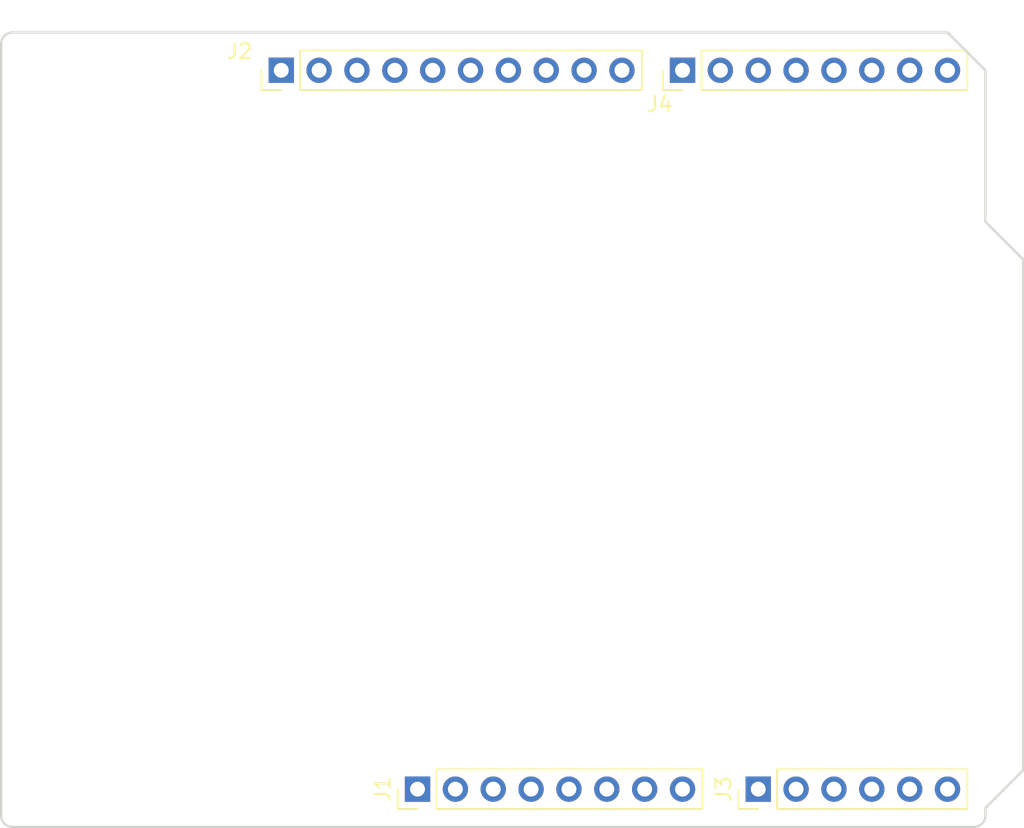
<source format=kicad_pcb>
(kicad_pcb (version 20221018) (generator pcbnew)
  (title_block (date "mar. 31 mars 2015"))
  (layers (0 "F.Cu" signal) (31 "B.Cu" power) (34 "B.Paste" user) (35 "F.Paste" user) (36 "B.SilkS" user "B.Silkscreen") (37 "F.SilkS" user "F.Silkscreen") (38 "B.Mask" user) (39 "F.Mask" user) (44 "Edge.Cuts" user))
  (net 0 "")
  (net 1 "GND")
  (net 3 "+5V")
  (net 4 "/IOREF")
  (net 5 "I2C_Clock")
  (net 6 "I2C_Data")
  (net 7 "/AREF")
  (net 8 "SPI_SCK")
  (net 9 "SPI_MISO")
  (net 10 "SPI_MOSI")
  (net 11 "SPI_SS")
  (net 12 "RGB_RED")
  (net 13 "BLUE_LED")
  (net 14 "POT_1")
  (net 15 "POT_2")
  (net 16 "A2")
  (net 17 "/TX{slash}1")
  (net 18 "A3")
  (net 19 "/RX{slash}0")
  (net 20 "+3V3")
  (net 21 "VCC")
  (net 22 "/~{RESET}")
  (net 23 "GREEN_LED")
  (net 24 "RGB_GREEN")
  (net 25 "RGB_BLUE")
  (net 26 "RED_LED")
  (net 27 "BUTTON_2")
  (net 28 "BUTTON_1")
  (footprint "Connector_PinHeader_2.54mm:PinHeader_1x08_P2.54mm_Vertical" (layer "F.Cu") (at 127.94 97.46 90)
    (fp_text reference "J1" (at 0 -2.33 90) (layer "F.SilkS"))
    (fp_text value "Power")
    (fp_line (start -1.33 -1.33) (end 0 -1.33) (stroke (width 0.12)) (layer "F.SilkS"))
    (fp_line (start -1.33 0) (end -1.33 -1.33) (stroke (width 0.12)) (layer "F.SilkS"))
    (fp_line (start -1.33 1.27) (end -1.33 19.11) (stroke (width 0.12)) (layer "F.SilkS"))
    (fp_line (start -1.33 1.27) (end 1.33 1.27) (stroke (width 0.12)) (layer "F.SilkS"))
    (fp_line (start -1.33 19.11) (end 1.33 19.11) (stroke (width 0.12)) (layer "F.SilkS"))
    (fp_line (start 1.33 1.27) (end 1.33 19.11) (stroke (width 0.12)) (layer "F.SilkS"))
    (pad "1" thru_hole rect locked (at 0 0 90) (size 1.7 1.7) (drill 1) (layers "*.Cu" "*.Mask"))
    (pad "2" thru_hole oval locked (at 0 2.54 90) (size 1.7 1.7) (drill 1) (layers "*.Cu" "*.Mask") (net 4 "/IOREF"))
    (pad "3" thru_hole oval locked (at 0 5.08 90) (size 1.7 1.7) (drill 1) (layers "*.Cu" "*.Mask") (net 22 "/~{RESET}"))
    (pad "4" thru_hole oval locked (at 0 7.62 90) (size 1.7 1.7) (drill 1) (layers "*.Cu" "*.Mask") (net 20 "+3V3"))
    (pad "5" thru_hole oval locked (at 0 10.16 90) (size 1.7 1.7) (drill 1) (layers "*.Cu" "*.Mask") (net 3 "+5V"))
    (pad "6" thru_hole oval locked (at 0 12.7 90) (size 1.7 1.7) (drill 1) (layers "*.Cu" "*.Mask") (net 1 "GND"))
    (pad "7" thru_hole oval locked (at 0 15.24 90) (size 1.7 1.7) (drill 1) (layers "*.Cu" "*.Mask") (net 1 "GND"))
    (pad "8" thru_hole oval locked (at 0 17.78 90) (size 1.7 1.7) (drill 1) (layers "*.Cu" "*.Mask") (net 21 "VCC"))
  )
  (footprint "Connector_PinHeader_2.54mm:PinHeader_1x06_P2.54mm_Vertical" (layer "F.Cu") (at 150.8 97.46 90)
    (fp_text reference "J3" (at 0 -2.33 90) (layer "F.SilkS"))
    (fp_text value "Analog")
    (fp_line (start -1.33 -1.33) (end 0 -1.33) (stroke (width 0.12)) (layer "F.SilkS"))
    (fp_line (start -1.33 0) (end -1.33 -1.33) (stroke (width 0.12)) (layer "F.SilkS"))
    (fp_line (start -1.33 1.27) (end -1.33 14.03) (stroke (width 0.12)) (layer "F.SilkS"))
    (fp_line (start -1.33 1.27) (end 1.33 1.27) (stroke (width 0.12)) (layer "F.SilkS"))
    (fp_line (start -1.33 14.03) (end 1.33 14.03) (stroke (width 0.12)) (layer "F.SilkS"))
    (fp_line (start 1.33 1.27) (end 1.33 14.03) (stroke (width 0.12)) (layer "F.SilkS"))
    (pad "1" thru_hole rect locked (at 0 0 90) (size 1.7 1.7) (drill 1) (layers "*.Cu" "*.Mask") (net 14 "POT_1"))
    (pad "2" thru_hole oval locked (at 0 2.54 90) (size 1.7 1.7) (drill 1) (layers "*.Cu" "*.Mask") (net 15 "POT_2"))
    (pad "3" thru_hole oval locked (at 0 5.08 90) (size 1.7 1.7) (drill 1) (layers "*.Cu" "*.Mask") (net 16 "A2"))
    (pad "4" thru_hole oval locked (at 0 7.62 90) (size 1.7 1.7) (drill 1) (layers "*.Cu" "*.Mask") (net 18 "A3"))
    (pad "5" thru_hole oval locked (at 0 10.16 90) (size 1.7 1.7) (drill 1) (layers "*.Cu" "*.Mask"))
    (pad "6" thru_hole oval locked (at 0 12.7 90) (size 1.7 1.7) (drill 1) (layers "*.Cu" "*.Mask"))
  )
  (footprint "Connector_PinHeader_2.54mm:PinHeader_1x10_P2.54mm_Vertical" (layer "F.Cu") (at 118.796 49.2 90)
    (fp_text reference "J2" (at 1.27 -2.794 180) (layer "F.SilkS"))
    (fp_text value "Digital/PWM")
    (fp_line (start -1.33 -1.33) (end 0 -1.33) (stroke (width 0.12)) (layer "F.SilkS"))
    (fp_line (start -1.33 0) (end -1.33 -1.33) (stroke (width 0.12)) (layer "F.SilkS"))
    (fp_line (start -1.33 1.27) (end -1.33 24.19) (stroke (width 0.12)) (layer "F.SilkS"))
    (fp_line (start -1.33 1.27) (end 1.33 1.27) (stroke (width 0.12)) (layer "F.SilkS"))
    (fp_line (start -1.33 24.19) (end 1.33 24.19) (stroke (width 0.12)) (layer "F.SilkS"))
    (fp_line (start 1.33 1.27) (end 1.33 24.19) (stroke (width 0.12)) (layer "F.SilkS"))
    (pad "1" thru_hole rect locked (at 0 0 90) (size 1.7 1.7) (drill 1) (layers "*.Cu" "*.Mask") (net 5 "I2C_Clock"))
    (pad "2" thru_hole oval locked (at 0 2.54 90) (size 1.7 1.7) (drill 1) (layers "*.Cu" "*.Mask") (net 6 "I2C_Data"))
    (pad "3" thru_hole oval locked (at 0 5.08 90) (size 1.7 1.7) (drill 1) (layers "*.Cu" "*.Mask") (net 7 "/AREF"))
    (pad "4" thru_hole oval locked (at 0 7.62 90) (size 1.7 1.7) (drill 1) (layers "*.Cu" "*.Mask") (net 1 "GND"))
    (pad "5" thru_hole oval locked (at 0 10.16 90) (size 1.7 1.7) (drill 1) (layers "*.Cu" "*.Mask") (net 8 "SPI_SCK"))
    (pad "6" thru_hole oval locked (at 0 12.7 90) (size 1.7 1.7) (drill 1) (layers "*.Cu" "*.Mask") (net 9 "SPI_MISO"))
    (pad "7" thru_hole oval locked (at 0 15.24 90) (size 1.7 1.7) (drill 1) (layers "*.Cu" "*.Mask") (net 10 "SPI_MOSI"))
    (pad "8" thru_hole oval locked (at 0 17.78 90) (size 1.7 1.7) (drill 1) (layers "*.Cu" "*.Mask") (net 11 "SPI_SS"))
    (pad "9" thru_hole oval locked (at 0 20.32 90) (size 1.7 1.7) (drill 1) (layers "*.Cu" "*.Mask") (net 12 "RGB_RED"))
    (pad "10" thru_hole oval locked (at 0 22.86 90) (size 1.7 1.7) (drill 1) (layers "*.Cu" "*.Mask") (net 13 "BLUE_LED"))
  )
  (footprint "Connector_PinHeader_2.54mm:PinHeader_1x08_P2.54mm_Vertical" (layer "F.Cu") (at 145.72 49.2 90)
    (fp_text reference "J4" (at -2.286 -1.524 180) (layer "F.SilkS"))
    (fp_text value "Digital/PWM")
    (fp_line (start -1.33 -1.33) (end 0 -1.33) (stroke (width 0.12)) (layer "F.SilkS"))
    (fp_line (start -1.33 0) (end -1.33 -1.33) (stroke (width 0.12)) (layer "F.SilkS"))
    (fp_line (start -1.33 1.27) (end -1.33 19.11) (stroke (width 0.12)) (layer "F.SilkS"))
    (fp_line (start -1.33 1.27) (end 1.33 1.27) (stroke (width 0.12)) (layer "F.SilkS"))
    (fp_line (start -1.33 19.11) (end 1.33 19.11) (stroke (width 0.12)) (layer "F.SilkS"))
    (fp_line (start 1.33 1.27) (end 1.33 19.11) (stroke (width 0.12)) (layer "F.SilkS"))
    (pad "1" thru_hole rect locked (at 0 0 90) (size 1.7 1.7) (drill 1) (layers "*.Cu" "*.Mask") (net 23 "GREEN_LED"))
    (pad "2" thru_hole oval locked (at 0 2.54 90) (size 1.7 1.7) (drill 1) (layers "*.Cu" "*.Mask") (net 24 "RGB_GREEN"))
    (pad "3" thru_hole oval locked (at 0 5.08 90) (size 1.7 1.7) (drill 1) (layers "*.Cu" "*.Mask") (net 25 "RGB_BLUE"))
    (pad "4" thru_hole oval locked (at 0 7.62 90) (size 1.7 1.7) (drill 1) (layers "*.Cu" "*.Mask") (net 26 "RED_LED"))
    (pad "5" thru_hole oval locked (at 0 10.16 90) (size 1.7 1.7) (drill 1) (layers "*.Cu" "*.Mask") (net 27 "BUTTON_2"))
    (pad "6" thru_hole oval locked (at 0 12.7 90) (size 1.7 1.7) (drill 1) (layers "*.Cu" "*.Mask") (net 28 "BUTTON_1"))
    (pad "7" thru_hole oval locked (at 0 15.24 90) (size 1.7 1.7) (drill 1) (layers "*.Cu" "*.Mask") (net 17 "/TX{slash}1"))
    (pad "8" thru_hole oval locked (at 0 17.78 90) (size 1.7 1.7) (drill 1) (layers "*.Cu" "*.Mask") (net 19 "/RX{slash}0"))
  )
  (gr_line (start 166.04 59.36) (end 168.58 61.9) (stroke (width 0.15)) (layer "Edge.Cuts"))
  (gr_line (start 100 99.238) (end 100 47.422) (stroke (width 0.15)) (layer "Edge.Cuts"))
  (gr_line (start 168.58 61.9) (end 168.58 96.19) (stroke (width 0.15)) (layer "Edge.Cuts"))
  (gr_line (start 165.278 100) (end 100.762 100) (stroke (width 0.15)) (layer "Edge.Cuts"))
  (gr_line (start 100.762 46.66) (end 163.5 46.66) (stroke (width 0.15)) (layer "Edge.Cuts"))
  (gr_arc (start 100.762 100) (mid 100.223185 99.776815) (end 100 99.238) (stroke (width 0.15)) (layer "Edge.Cuts"))
  (gr_line (start 168.58 96.19) (end 166.04 98.73) (stroke (width 0.15)) (layer "Edge.Cuts"))
  (gr_line (start 163.5 46.66) (end 166.04 49.2) (stroke (width 0.15)) (layer "Edge.Cuts"))
  (gr_arc (start 166.04 99.238) (mid 165.816815 99.776815) (end 165.278 100) (stroke (width 0.15)) (layer "Edge.Cuts"))
  (gr_line (start 166.04 49.2) (end 166.04 59.36) (stroke (width 0.15)) (layer "Edge.Cuts"))
  (gr_line (start 166.04 98.73) (end 166.04 99.238) (stroke (width 0.15)) (layer "Edge.Cuts"))
  (gr_arc (start 100 47.422) (mid 100.223185 46.883185) (end 100.762 46.66) (stroke (width 0.15)) (layer "Edge.Cuts"))
)
</source>
